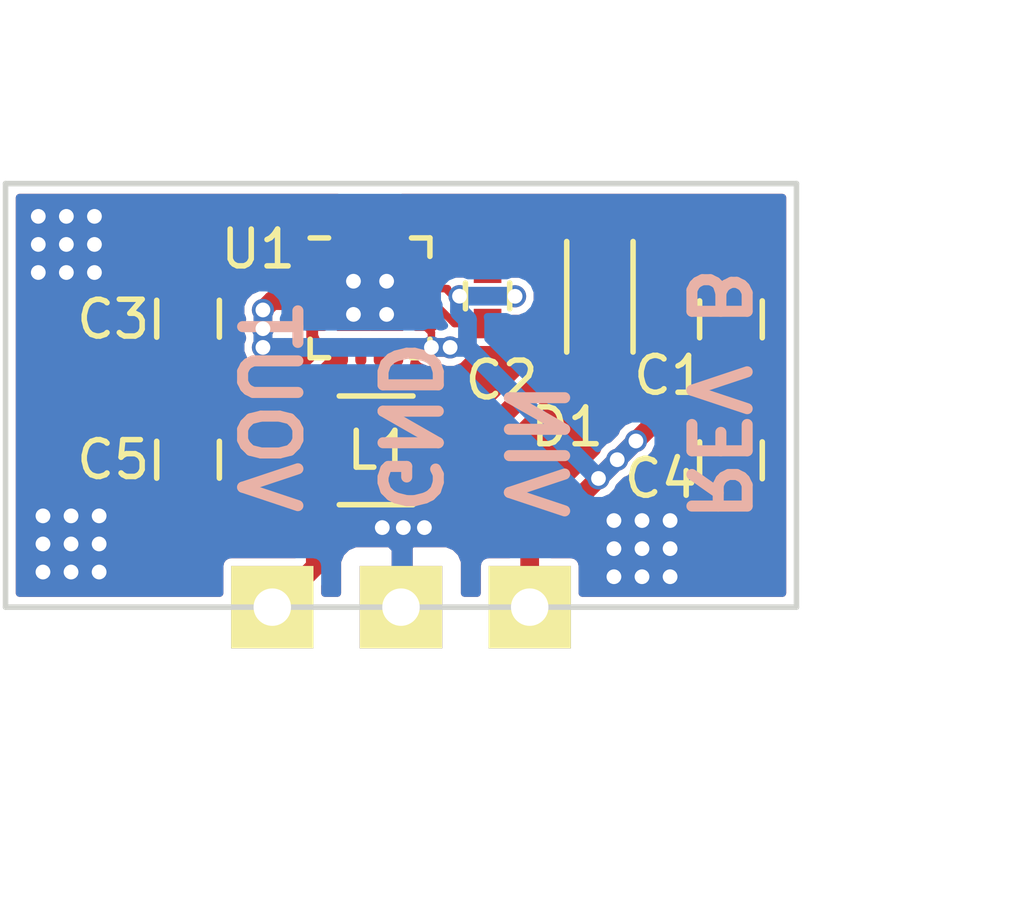
<source format=kicad_pcb>
(kicad_pcb (version 4) (host pcbnew 4.0.5+dfsg1-4)

  (general
    (links 56)
    (no_connects 0)
    (area 142.545999 98.519 173.128715 125.064501)
    (thickness 1.6)
    (drawings 12)
    (tracks 123)
    (zones 0)
    (modules 38)
    (nets 7)
  )

  (page A4)
  (layers
    (0 F.Cu signal)
    (31 B.Cu signal)
    (32 B.Adhes user)
    (33 F.Adhes user)
    (34 B.Paste user)
    (35 F.Paste user)
    (36 B.SilkS user)
    (37 F.SilkS user)
    (38 B.Mask user)
    (39 F.Mask user)
    (40 Dwgs.User user)
    (41 Cmts.User user)
    (42 Eco1.User user)
    (43 Eco2.User user)
    (44 Edge.Cuts user)
    (45 Margin user)
    (46 B.CrtYd user)
    (47 F.CrtYd user)
    (48 B.Fab user)
    (49 F.Fab user)
  )

  (setup
    (last_trace_width 0.2032)
    (user_trace_width 0.2032)
    (user_trace_width 0.508)
    (trace_clearance 0.1524)
    (zone_clearance 0.508)
    (zone_45_only no)
    (trace_min 0.2)
    (segment_width 0.2)
    (edge_width 0.15)
    (via_size 0.6)
    (via_drill 0.4)
    (via_min_size 0.4)
    (via_min_drill 0.3)
    (uvia_size 0.3)
    (uvia_drill 0.1)
    (uvias_allowed no)
    (uvia_min_size 0)
    (uvia_min_drill 0)
    (pcb_text_width 0.3)
    (pcb_text_size 1.5 1.5)
    (mod_edge_width 0.15)
    (mod_text_size 1 1)
    (mod_text_width 0.15)
    (pad_size 0.9 0.9)
    (pad_drill 0)
    (pad_to_mask_clearance 0.2)
    (aux_axis_origin 0 0)
    (visible_elements FFFEEF7F)
    (pcbplotparams
      (layerselection 0x00030_80000001)
      (usegerberextensions false)
      (excludeedgelayer true)
      (linewidth 0.100000)
      (plotframeref false)
      (viasonmask false)
      (mode 1)
      (useauxorigin false)
      (hpglpennumber 1)
      (hpglpenspeed 20)
      (hpglpendiameter 15)
      (hpglpenoverlay 2)
      (psnegative false)
      (psa4output false)
      (plotreference true)
      (plotvalue true)
      (plotinvisibletext false)
      (padsonsilk false)
      (subtractmaskfromsilk false)
      (outputformat 1)
      (mirror false)
      (drillshape 1)
      (scaleselection 1)
      (outputdirectory ""))
  )

  (net 0 "")
  (net 1 GND)
  (net 2 "Net-(C2-Pad1)")
  (net 3 "Net-(C2-Pad2)")
  (net 4 VOUT)
  (net 5 VIN)
  (net 6 "Net-(U1-Pad8)")

  (net_class Default "This is the default net class."
    (clearance 0.1524)
    (trace_width 0.2032)
    (via_dia 0.6)
    (via_drill 0.4)
    (uvia_dia 0.3)
    (uvia_drill 0.1)
    (add_net GND)
    (add_net "Net-(C2-Pad1)")
    (add_net "Net-(C2-Pad2)")
    (add_net "Net-(U1-Pad8)")
    (add_net VIN)
    (add_net VOUT)
  )

  (module "MOD:GND VIA" (layer F.Cu) (tedit 59938E12) (tstamp 59938EEF)
    (at 159.131 110.871)
    (fp_text reference "" (at 0 0) (layer F.SilkS)
      (effects (font (thickness 0.15)))
    )
    (fp_text value "" (at 0 0) (layer F.SilkS)
      (effects (font (thickness 0.15)))
    )
    (pad 1 thru_hole circle (at 0 1.27) (size 0.6 0.6) (drill 0.4) (layers *.Cu)
      (net 1 GND) (zone_connect 2))
  )

  (module "MOD:GND VIA" (layer F.Cu) (tedit 59938E12) (tstamp 59938EEB)
    (at 160.655 111.633)
    (fp_text reference "" (at 0 0) (layer F.SilkS)
      (effects (font (thickness 0.15)))
    )
    (fp_text value "" (at 0 0) (layer F.SilkS)
      (effects (font (thickness 0.15)))
    )
    (pad 1 thru_hole circle (at 0 1.27) (size 0.6 0.6) (drill 0.4) (layers *.Cu)
      (net 1 GND) (zone_connect 2))
  )

  (module "MOD:GND VIA" (layer F.Cu) (tedit 59938E12) (tstamp 59938EE7)
    (at 160.655 110.871)
    (fp_text reference "" (at 0 0) (layer F.SilkS)
      (effects (font (thickness 0.15)))
    )
    (fp_text value "" (at 0 0) (layer F.SilkS)
      (effects (font (thickness 0.15)))
    )
    (pad 1 thru_hole circle (at 0 1.27) (size 0.6 0.6) (drill 0.4) (layers *.Cu)
      (net 1 GND) (zone_connect 2))
  )

  (module "MOD:GND VIA" (layer F.Cu) (tedit 59938E12) (tstamp 59938EE3)
    (at 159.893 110.871)
    (fp_text reference "" (at 0 0) (layer F.SilkS)
      (effects (font (thickness 0.15)))
    )
    (fp_text value "" (at 0 0) (layer F.SilkS)
      (effects (font (thickness 0.15)))
    )
    (pad 1 thru_hole circle (at 0 1.27) (size 0.6 0.6) (drill 0.4) (layers *.Cu)
      (net 1 GND) (zone_connect 2))
  )

  (module "MOD:GND VIA" (layer F.Cu) (tedit 59938E12) (tstamp 59938EDF)
    (at 160.655 112.395)
    (fp_text reference "" (at 0 0) (layer F.SilkS)
      (effects (font (thickness 0.15)))
    )
    (fp_text value "" (at 0 0) (layer F.SilkS)
      (effects (font (thickness 0.15)))
    )
    (pad 1 thru_hole circle (at 0 1.27) (size 0.6 0.6) (drill 0.4) (layers *.Cu)
      (net 1 GND) (zone_connect 2))
  )

  (module "MOD:GND VIA" (layer F.Cu) (tedit 59938E12) (tstamp 59938EDB)
    (at 159.893 111.633)
    (fp_text reference "" (at 0 0) (layer F.SilkS)
      (effects (font (thickness 0.15)))
    )
    (fp_text value "" (at 0 0) (layer F.SilkS)
      (effects (font (thickness 0.15)))
    )
    (pad 1 thru_hole circle (at 0 1.27) (size 0.6 0.6) (drill 0.4) (layers *.Cu)
      (net 1 GND) (zone_connect 2))
  )

  (module "MOD:GND VIA" (layer F.Cu) (tedit 59938E12) (tstamp 59938ED7)
    (at 159.131 112.395)
    (fp_text reference "" (at 0 0) (layer F.SilkS)
      (effects (font (thickness 0.15)))
    )
    (fp_text value "" (at 0 0) (layer F.SilkS)
      (effects (font (thickness 0.15)))
    )
    (pad 1 thru_hole circle (at 0 1.27) (size 0.6 0.6) (drill 0.4) (layers *.Cu)
      (net 1 GND) (zone_connect 2))
  )

  (module "MOD:GND VIA" (layer F.Cu) (tedit 59938E12) (tstamp 59938ED3)
    (at 159.131 111.633)
    (fp_text reference "" (at 0 0) (layer F.SilkS)
      (effects (font (thickness 0.15)))
    )
    (fp_text value "" (at 0 0) (layer F.SilkS)
      (effects (font (thickness 0.15)))
    )
    (pad 1 thru_hole circle (at 0 1.27) (size 0.6 0.6) (drill 0.4) (layers *.Cu)
      (net 1 GND) (zone_connect 2))
  )

  (module "MOD:GND VIA" (layer F.Cu) (tedit 59938E12) (tstamp 59938ECF)
    (at 159.893 112.395)
    (fp_text reference "" (at 0 0) (layer F.SilkS)
      (effects (font (thickness 0.15)))
    )
    (fp_text value "" (at 0 0) (layer F.SilkS)
      (effects (font (thickness 0.15)))
    )
    (pad 1 thru_hole circle (at 0 1.27) (size 0.6 0.6) (drill 0.4) (layers *.Cu)
      (net 1 GND) (zone_connect 2))
  )

  (module "MOD:GND VIA" (layer F.Cu) (tedit 59938E12) (tstamp 59938EA6)
    (at 144.399 112.268)
    (fp_text reference "" (at 0 0) (layer F.SilkS)
      (effects (font (thickness 0.15)))
    )
    (fp_text value "" (at 0 0) (layer F.SilkS)
      (effects (font (thickness 0.15)))
    )
    (pad 1 thru_hole circle (at 0 1.27) (size 0.6 0.6) (drill 0.4) (layers *.Cu)
      (net 1 GND) (zone_connect 2))
  )

  (module "MOD:GND VIA" (layer F.Cu) (tedit 59938E12) (tstamp 59938EA2)
    (at 143.637 112.268)
    (fp_text reference "" (at 0 0) (layer F.SilkS)
      (effects (font (thickness 0.15)))
    )
    (fp_text value "" (at 0 0) (layer F.SilkS)
      (effects (font (thickness 0.15)))
    )
    (pad 1 thru_hole circle (at 0 1.27) (size 0.6 0.6) (drill 0.4) (layers *.Cu)
      (net 1 GND) (zone_connect 2))
  )

  (module "MOD:GND VIA" (layer F.Cu) (tedit 59938E12) (tstamp 59938E9E)
    (at 143.637 111.506)
    (fp_text reference "" (at 0 0) (layer F.SilkS)
      (effects (font (thickness 0.15)))
    )
    (fp_text value "" (at 0 0) (layer F.SilkS)
      (effects (font (thickness 0.15)))
    )
    (pad 1 thru_hole circle (at 0 1.27) (size 0.6 0.6) (drill 0.4) (layers *.Cu)
      (net 1 GND) (zone_connect 2))
  )

  (module "MOD:GND VIA" (layer F.Cu) (tedit 59938E12) (tstamp 59938E9A)
    (at 143.637 110.744)
    (fp_text reference "" (at 0 0) (layer F.SilkS)
      (effects (font (thickness 0.15)))
    )
    (fp_text value "" (at 0 0) (layer F.SilkS)
      (effects (font (thickness 0.15)))
    )
    (pad 1 thru_hole circle (at 0 1.27) (size 0.6 0.6) (drill 0.4) (layers *.Cu)
      (net 1 GND) (zone_connect 2))
  )

  (module "MOD:GND VIA" (layer F.Cu) (tedit 59938E12) (tstamp 59938E96)
    (at 144.399 110.744)
    (fp_text reference "" (at 0 0) (layer F.SilkS)
      (effects (font (thickness 0.15)))
    )
    (fp_text value "" (at 0 0) (layer F.SilkS)
      (effects (font (thickness 0.15)))
    )
    (pad 1 thru_hole circle (at 0 1.27) (size 0.6 0.6) (drill 0.4) (layers *.Cu)
      (net 1 GND) (zone_connect 2))
  )

  (module "MOD:GND VIA" (layer F.Cu) (tedit 59938E12) (tstamp 59938E92)
    (at 144.399 111.506)
    (fp_text reference "" (at 0 0) (layer F.SilkS)
      (effects (font (thickness 0.15)))
    )
    (fp_text value "" (at 0 0) (layer F.SilkS)
      (effects (font (thickness 0.15)))
    )
    (pad 1 thru_hole circle (at 0 1.27) (size 0.6 0.6) (drill 0.4) (layers *.Cu)
      (net 1 GND) (zone_connect 2))
  )

  (module "MOD:GND VIA" (layer F.Cu) (tedit 59938E12) (tstamp 59938E8E)
    (at 145.161 112.268)
    (fp_text reference "" (at 0 0) (layer F.SilkS)
      (effects (font (thickness 0.15)))
    )
    (fp_text value "" (at 0 0) (layer F.SilkS)
      (effects (font (thickness 0.15)))
    )
    (pad 1 thru_hole circle (at 0 1.27) (size 0.6 0.6) (drill 0.4) (layers *.Cu)
      (net 1 GND) (zone_connect 2))
  )

  (module "MOD:GND VIA" (layer F.Cu) (tedit 59938E12) (tstamp 59938E8A)
    (at 145.161 110.744)
    (fp_text reference "" (at 0 0) (layer F.SilkS)
      (effects (font (thickness 0.15)))
    )
    (fp_text value "" (at 0 0) (layer F.SilkS)
      (effects (font (thickness 0.15)))
    )
    (pad 1 thru_hole circle (at 0 1.27) (size 0.6 0.6) (drill 0.4) (layers *.Cu)
      (net 1 GND) (zone_connect 2))
  )

  (module "MOD:GND VIA" (layer F.Cu) (tedit 59938E12) (tstamp 59938E86)
    (at 145.161 111.506)
    (fp_text reference "" (at 0 0) (layer F.SilkS)
      (effects (font (thickness 0.15)))
    )
    (fp_text value "" (at 0 0) (layer F.SilkS)
      (effects (font (thickness 0.15)))
    )
    (pad 1 thru_hole circle (at 0 1.27) (size 0.6 0.6) (drill 0.4) (layers *.Cu)
      (net 1 GND) (zone_connect 2))
  )

  (module "MOD:GND VIA" (layer F.Cu) (tedit 59938E12) (tstamp 59938E82)
    (at 144.272 104.14)
    (fp_text reference "" (at 0 0) (layer F.SilkS)
      (effects (font (thickness 0.15)))
    )
    (fp_text value "" (at 0 0) (layer F.SilkS)
      (effects (font (thickness 0.15)))
    )
    (pad 1 thru_hole circle (at 0 1.27) (size 0.6 0.6) (drill 0.4) (layers *.Cu)
      (net 1 GND) (zone_connect 2))
  )

  (module "MOD:GND VIA" (layer F.Cu) (tedit 59938E12) (tstamp 59938E7E)
    (at 143.51 104.14)
    (fp_text reference "" (at 0 0) (layer F.SilkS)
      (effects (font (thickness 0.15)))
    )
    (fp_text value "" (at 0 0) (layer F.SilkS)
      (effects (font (thickness 0.15)))
    )
    (pad 1 thru_hole circle (at 0 1.27) (size 0.6 0.6) (drill 0.4) (layers *.Cu)
      (net 1 GND) (zone_connect 2))
  )

  (module "MOD:GND VIA" (layer F.Cu) (tedit 59938E12) (tstamp 59938E7A)
    (at 143.51 103.378)
    (fp_text reference "" (at 0 0) (layer F.SilkS)
      (effects (font (thickness 0.15)))
    )
    (fp_text value "" (at 0 0) (layer F.SilkS)
      (effects (font (thickness 0.15)))
    )
    (pad 1 thru_hole circle (at 0 1.27) (size 0.6 0.6) (drill 0.4) (layers *.Cu)
      (net 1 GND) (zone_connect 2))
  )

  (module "MOD:GND VIA" (layer F.Cu) (tedit 59938E12) (tstamp 59938E76)
    (at 143.51 102.616)
    (fp_text reference "" (at 0 0) (layer F.SilkS)
      (effects (font (thickness 0.15)))
    )
    (fp_text value "" (at 0 0) (layer F.SilkS)
      (effects (font (thickness 0.15)))
    )
    (pad 1 thru_hole circle (at 0 1.27) (size 0.6 0.6) (drill 0.4) (layers *.Cu)
      (net 1 GND) (zone_connect 2))
  )

  (module "MOD:GND VIA" (layer F.Cu) (tedit 59938E12) (tstamp 59938E72)
    (at 144.272 102.616)
    (fp_text reference "" (at 0 0) (layer F.SilkS)
      (effects (font (thickness 0.15)))
    )
    (fp_text value "" (at 0 0) (layer F.SilkS)
      (effects (font (thickness 0.15)))
    )
    (pad 1 thru_hole circle (at 0 1.27) (size 0.6 0.6) (drill 0.4) (layers *.Cu)
      (net 1 GND) (zone_connect 2))
  )

  (module "MOD:GND VIA" (layer F.Cu) (tedit 59938E12) (tstamp 59938E6E)
    (at 144.272 103.378)
    (fp_text reference "" (at 0 0) (layer F.SilkS)
      (effects (font (thickness 0.15)))
    )
    (fp_text value "" (at 0 0) (layer F.SilkS)
      (effects (font (thickness 0.15)))
    )
    (pad 1 thru_hole circle (at 0 1.27) (size 0.6 0.6) (drill 0.4) (layers *.Cu)
      (net 1 GND) (zone_connect 2))
  )

  (module "MOD:GND VIA" (layer F.Cu) (tedit 59938E12) (tstamp 59938E6A)
    (at 145.034 104.14)
    (fp_text reference "" (at 0 0) (layer F.SilkS)
      (effects (font (thickness 0.15)))
    )
    (fp_text value "" (at 0 0) (layer F.SilkS)
      (effects (font (thickness 0.15)))
    )
    (pad 1 thru_hole circle (at 0 1.27) (size 0.6 0.6) (drill 0.4) (layers *.Cu)
      (net 1 GND) (zone_connect 2))
  )

  (module "MOD:GND VIA" (layer F.Cu) (tedit 59938E12) (tstamp 59938E66)
    (at 145.034 102.616)
    (fp_text reference "" (at 0 0) (layer F.SilkS)
      (effects (font (thickness 0.15)))
    )
    (fp_text value "" (at 0 0) (layer F.SilkS)
      (effects (font (thickness 0.15)))
    )
    (pad 1 thru_hole circle (at 0 1.27) (size 0.6 0.6) (drill 0.4) (layers *.Cu)
      (net 1 GND) (zone_connect 2))
  )

  (module "MOD:GND VIA" (layer F.Cu) (tedit 59938E12) (tstamp 59938E62)
    (at 145.034 103.378)
    (fp_text reference "" (at 0 0) (layer F.SilkS)
      (effects (font (thickness 0.15)))
    )
    (fp_text value "" (at 0 0) (layer F.SilkS)
      (effects (font (thickness 0.15)))
    )
    (pad 1 thru_hole circle (at 0 1.27) (size 0.6 0.6) (drill 0.4) (layers *.Cu)
      (net 1 GND) (zone_connect 2))
  )

  (module Capacitors_SMD:C_0603 (layer F.Cu) (tedit 5415D631) (tstamp 59601F2A)
    (at 155.702 106.045 270)
    (descr "Capacitor SMD 0603, reflow soldering, AVX (see smccp.pdf)")
    (tags "capacitor 0603")
    (path /5960299D)
    (attr smd)
    (fp_text reference C2 (at 2.286 -0.381 360) (layer F.SilkS)
      (effects (font (size 1 1) (thickness 0.15)))
    )
    (fp_text value 0.1uF (at 0 1.9 270) (layer F.Fab)
      (effects (font (size 1 1) (thickness 0.15)))
    )
    (fp_line (start -1.45 -0.75) (end 1.45 -0.75) (layer F.CrtYd) (width 0.05))
    (fp_line (start -1.45 0.75) (end 1.45 0.75) (layer F.CrtYd) (width 0.05))
    (fp_line (start -1.45 -0.75) (end -1.45 0.75) (layer F.CrtYd) (width 0.05))
    (fp_line (start 1.45 -0.75) (end 1.45 0.75) (layer F.CrtYd) (width 0.05))
    (fp_line (start -0.35 -0.6) (end 0.35 -0.6) (layer F.SilkS) (width 0.15))
    (fp_line (start 0.35 0.6) (end -0.35 0.6) (layer F.SilkS) (width 0.15))
    (pad 1 smd rect (at -0.75 0 270) (size 0.8 0.75) (layers F.Cu F.Paste F.Mask)
      (net 2 "Net-(C2-Pad1)"))
    (pad 2 smd rect (at 0.75 0 270) (size 0.8 0.75) (layers F.Cu F.Paste F.Mask)
      (net 3 "Net-(C2-Pad2)"))
    (model Capacitors_SMD.3dshapes/C_0603.wrl
      (at (xyz 0 0 0))
      (scale (xyz 1 1 1))
      (rotate (xyz 0 0 0))
    )
  )

  (module Housings_DFN_QFN:QFN-16-1EP_3x3mm_Pitch0.5mm (layer F.Cu) (tedit 59A4AF0A) (tstamp 59601F53)
    (at 152.5125 106.0965)
    (descr "16-Lead Plastic Quad Flat, No Lead Package (NG) - 3x3x0.9 mm Body [QFN]; (see Microchip Packaging Specification 00000049BS.pdf)")
    (tags "QFN 0.5")
    (path /5960299C)
    (attr smd)
    (fp_text reference U1 (at -3.0335 -1.3215) (layer F.SilkS)
      (effects (font (size 1 1) (thickness 0.15)))
    )
    (fp_text value TS30011-M050QFNR (at 0 2.85) (layer F.Fab)
      (effects (font (size 1 1) (thickness 0.15)))
    )
    (fp_line (start -2.1 -2.1) (end -2.1 2.1) (layer F.CrtYd) (width 0.05))
    (fp_line (start 2.1 -2.1) (end 2.1 2.1) (layer F.CrtYd) (width 0.05))
    (fp_line (start -2.1 -2.1) (end 2.1 -2.1) (layer F.CrtYd) (width 0.05))
    (fp_line (start -2.1 2.1) (end 2.1 2.1) (layer F.CrtYd) (width 0.05))
    (fp_line (start 1.625 -1.625) (end 1.625 -1.125) (layer F.SilkS) (width 0.15))
    (fp_line (start -1.625 1.625) (end -1.625 1.125) (layer F.SilkS) (width 0.15))
    (fp_line (start 1.625 1.625) (end 1.625 1.125) (layer F.SilkS) (width 0.15))
    (fp_line (start -1.625 -1.625) (end -1.125 -1.625) (layer F.SilkS) (width 0.15))
    (fp_line (start -1.625 1.625) (end -1.125 1.625) (layer F.SilkS) (width 0.15))
    (fp_line (start 1.625 1.625) (end 1.125 1.625) (layer F.SilkS) (width 0.15))
    (fp_line (start 1.625 -1.625) (end 1.125 -1.625) (layer F.SilkS) (width 0.15))
    (pad 1 smd oval (at -1.475 -0.75) (size 0.75 0.3) (layers F.Cu F.Paste F.Mask)
      (net 2 "Net-(C2-Pad1)"))
    (pad 2 smd oval (at -1.475 -0.25) (size 0.75 0.3) (layers F.Cu F.Paste F.Mask)
      (net 5 VIN))
    (pad 3 smd oval (at -1.475 0.25) (size 0.75 0.3) (layers F.Cu F.Paste F.Mask)
      (net 5 VIN))
    (pad 4 smd oval (at -1.475 0.75) (size 0.75 0.3) (layers F.Cu F.Paste F.Mask)
      (net 1 GND))
    (pad 5 smd oval (at -0.75 1.475 90) (size 0.75 0.3) (layers F.Cu F.Paste F.Mask)
      (net 4 VOUT))
    (pad 6 smd oval (at -0.25 1.475 90) (size 0.75 0.3) (layers F.Cu F.Paste F.Mask))
    (pad 7 smd oval (at 0.25 1.475 90) (size 0.75 0.3) (layers F.Cu F.Paste F.Mask))
    (pad 8 smd oval (at 0.75 1.475 90) (size 0.75 0.3) (layers F.Cu F.Paste F.Mask)
      (net 6 "Net-(U1-Pad8)"))
    (pad 9 smd oval (at 1.475 0.75) (size 0.75 0.3) (layers F.Cu F.Paste F.Mask)
      (net 5 VIN))
    (pad 10 smd oval (at 1.475 0.25) (size 0.75 0.3) (layers F.Cu F.Paste F.Mask)
      (net 3 "Net-(C2-Pad2)"))
    (pad 11 smd oval (at 1.475 -0.25) (size 0.75 0.3) (layers F.Cu F.Paste F.Mask)
      (net 5 VIN))
    (pad 12 smd oval (at 1.475 -0.75) (size 0.75 0.3) (layers F.Cu F.Paste F.Mask)
      (net 2 "Net-(C2-Pad1)"))
    (pad 13 smd oval (at 0.75 -1.475 90) (size 0.75 0.3) (layers F.Cu F.Paste F.Mask)
      (net 2 "Net-(C2-Pad1)"))
    (pad 14 smd oval (at 0.25 -1.475 90) (size 0.75 0.3) (layers F.Cu F.Paste F.Mask)
      (net 1 GND))
    (pad 15 smd oval (at -0.25 -1.475 90) (size 0.75 0.3) (layers F.Cu F.Paste F.Mask)
      (net 1 GND))
    (pad 16 smd oval (at -0.75 -1.475 90) (size 0.75 0.3) (layers F.Cu F.Paste F.Mask)
      (net 2 "Net-(C2-Pad1)"))
    (pad 17 smd rect (at 0.45 0.45) (size 0.9 0.9) (layers F.Cu F.Paste F.Mask)
      (net 1 GND) (solder_paste_margin_ratio -0.2))
    (pad 17 smd rect (at 0.45 -0.45) (size 0.9 0.9) (layers F.Cu F.Paste F.Mask)
      (net 1 GND) (solder_paste_margin_ratio -0.2))
    (pad 17 smd rect (at -0.45 0.45) (size 0.9 0.9) (layers F.Cu F.Paste F.Mask)
      (net 1 GND) (solder_paste_margin_ratio -0.2))
    (pad 17 smd rect (at -0.45 -0.45) (size 0.9 0.9) (layers F.Cu F.Paste F.Mask)
      (net 1 GND) (solder_paste_margin_ratio -0.2))
    (model Housings_DFN_QFN.3dshapes/QFN-16-1EP_3x3mm_Pitch0.5mm.wrl
      (at (xyz 0 0 0))
      (scale (xyz 1 1 1))
      (rotate (xyz 0 0 0))
    )
  )

  (module MOD:CPAD (layer F.Cu) (tedit 59617C17) (tstamp 59602043)
    (at 149.86 114.4905)
    (descr "Through hole pin header")
    (tags "pin header")
    (path /59602E70)
    (fp_text reference T1 (at 0 -5.1) (layer F.SilkS) hide
      (effects (font (size 1 1) (thickness 0.15)))
    )
    (fp_text value TEST_1P (at 0 -3.1) (layer F.Fab)
      (effects (font (size 1 1) (thickness 0.15)))
    )
    (fp_line (start -1.75 -1.75) (end -1.75 1.75) (layer F.CrtYd) (width 0.05))
    (fp_line (start 1.75 -1.75) (end 1.75 1.75) (layer F.CrtYd) (width 0.05))
    (fp_line (start -1.75 -1.75) (end 1.75 -1.75) (layer F.CrtYd) (width 0.05))
    (fp_line (start -1.75 1.75) (end 1.75 1.75) (layer F.CrtYd) (width 0.05))
    (pad 1 thru_hole rect (at 0 0) (size 2.2352 2.2352) (drill 1.016) (layers *.Cu *.Mask F.SilkS)
      (net 4 VOUT))
    (model Pin_Headers.3dshapes/Pin_Header_Straight_1x01.wrl
      (at (xyz 0 0 0))
      (scale (xyz 1 1 1))
      (rotate (xyz 0 0 90))
    )
  )

  (module MOD:CPAD (layer F.Cu) (tedit 59617C13) (tstamp 59602048)
    (at 153.3525 114.4905)
    (descr "Through hole pin header")
    (tags "pin header")
    (path /59602E9E)
    (fp_text reference T2 (at 0 -5.1) (layer F.SilkS) hide
      (effects (font (size 1 1) (thickness 0.15)))
    )
    (fp_text value TEST_1P (at 0 -3.1) (layer F.Fab)
      (effects (font (size 1 1) (thickness 0.15)))
    )
    (fp_line (start -1.75 -1.75) (end -1.75 1.75) (layer F.CrtYd) (width 0.05))
    (fp_line (start 1.75 -1.75) (end 1.75 1.75) (layer F.CrtYd) (width 0.05))
    (fp_line (start -1.75 -1.75) (end 1.75 -1.75) (layer F.CrtYd) (width 0.05))
    (fp_line (start -1.75 1.75) (end 1.75 1.75) (layer F.CrtYd) (width 0.05))
    (pad 1 thru_hole rect (at 0 0) (size 2.2352 2.2352) (drill 1.016) (layers *.Cu *.Mask F.SilkS)
      (net 1 GND))
    (model Pin_Headers.3dshapes/Pin_Header_Straight_1x01.wrl
      (at (xyz 0 0 0))
      (scale (xyz 1 1 1))
      (rotate (xyz 0 0 90))
    )
  )

  (module MOD:CPAD (layer F.Cu) (tedit 59617C1B) (tstamp 5960204D)
    (at 156.845 114.4905)
    (descr "Through hole pin header")
    (tags "pin header")
    (path /59602DAD)
    (fp_text reference T3 (at 0 -5.1) (layer F.SilkS) hide
      (effects (font (size 1 1) (thickness 0.15)))
    )
    (fp_text value TEST_1P (at 0 -3.1) (layer F.Fab)
      (effects (font (size 1 1) (thickness 0.15)))
    )
    (fp_line (start -1.75 -1.75) (end -1.75 1.75) (layer F.CrtYd) (width 0.05))
    (fp_line (start 1.75 -1.75) (end 1.75 1.75) (layer F.CrtYd) (width 0.05))
    (fp_line (start -1.75 -1.75) (end 1.75 -1.75) (layer F.CrtYd) (width 0.05))
    (fp_line (start -1.75 1.75) (end 1.75 1.75) (layer F.CrtYd) (width 0.05))
    (pad 1 thru_hole rect (at 0 0) (size 2.2352 2.2352) (drill 1.016) (layers *.Cu *.Mask F.SilkS)
      (net 5 VIN))
    (model Pin_Headers.3dshapes/Pin_Header_Straight_1x01.wrl
      (at (xyz 0 0 0))
      (scale (xyz 1 1 1))
      (rotate (xyz 0 0 90))
    )
  )

  (module Capacitors_SMD:C_0805 (layer F.Cu) (tedit 5415D6EA) (tstamp 5993849A)
    (at 162.306 106.68 90)
    (descr "Capacitor SMD 0805, reflow soldering, AVX (see smccp.pdf)")
    (tags "capacitor 0805")
    (path /5993830E)
    (attr smd)
    (fp_text reference C1 (at -1.524 -1.651 180) (layer F.SilkS)
      (effects (font (size 1 1) (thickness 0.15)))
    )
    (fp_text value 10uF (at 0 2.1 90) (layer F.Fab)
      (effects (font (size 1 1) (thickness 0.15)))
    )
    (fp_line (start -1 0.625) (end -1 -0.625) (layer F.Fab) (width 0.15))
    (fp_line (start 1 0.625) (end -1 0.625) (layer F.Fab) (width 0.15))
    (fp_line (start 1 -0.625) (end 1 0.625) (layer F.Fab) (width 0.15))
    (fp_line (start -1 -0.625) (end 1 -0.625) (layer F.Fab) (width 0.15))
    (fp_line (start -1.8 -1) (end 1.8 -1) (layer F.CrtYd) (width 0.05))
    (fp_line (start -1.8 1) (end 1.8 1) (layer F.CrtYd) (width 0.05))
    (fp_line (start -1.8 -1) (end -1.8 1) (layer F.CrtYd) (width 0.05))
    (fp_line (start 1.8 -1) (end 1.8 1) (layer F.CrtYd) (width 0.05))
    (fp_line (start 0.5 -0.85) (end -0.5 -0.85) (layer F.SilkS) (width 0.15))
    (fp_line (start -0.5 0.85) (end 0.5 0.85) (layer F.SilkS) (width 0.15))
    (pad 1 smd rect (at -1 0 90) (size 1 1.25) (layers F.Cu F.Paste F.Mask)
      (net 5 VIN))
    (pad 2 smd rect (at 1 0 90) (size 1 1.25) (layers F.Cu F.Paste F.Mask)
      (net 1 GND))
    (model Capacitors_SMD.3dshapes/C_0805.wrl
      (at (xyz 0 0 0))
      (scale (xyz 1 1 1))
      (rotate (xyz 0 0 0))
    )
  )

  (module Capacitors_SMD:C_0805 (layer F.Cu) (tedit 5415D6EA) (tstamp 599384A0)
    (at 147.574 106.664 90)
    (descr "Capacitor SMD 0805, reflow soldering, AVX (see smccp.pdf)")
    (tags "capacitor 0805")
    (path /59938353)
    (attr smd)
    (fp_text reference C3 (at -0.016 -2.032 180) (layer F.SilkS)
      (effects (font (size 1 1) (thickness 0.15)))
    )
    (fp_text value 10uF (at 0 2.1 90) (layer F.Fab)
      (effects (font (size 1 1) (thickness 0.15)))
    )
    (fp_line (start -1 0.625) (end -1 -0.625) (layer F.Fab) (width 0.15))
    (fp_line (start 1 0.625) (end -1 0.625) (layer F.Fab) (width 0.15))
    (fp_line (start 1 -0.625) (end 1 0.625) (layer F.Fab) (width 0.15))
    (fp_line (start -1 -0.625) (end 1 -0.625) (layer F.Fab) (width 0.15))
    (fp_line (start -1.8 -1) (end 1.8 -1) (layer F.CrtYd) (width 0.05))
    (fp_line (start -1.8 1) (end 1.8 1) (layer F.CrtYd) (width 0.05))
    (fp_line (start -1.8 -1) (end -1.8 1) (layer F.CrtYd) (width 0.05))
    (fp_line (start 1.8 -1) (end 1.8 1) (layer F.CrtYd) (width 0.05))
    (fp_line (start 0.5 -0.85) (end -0.5 -0.85) (layer F.SilkS) (width 0.15))
    (fp_line (start -0.5 0.85) (end 0.5 0.85) (layer F.SilkS) (width 0.15))
    (pad 1 smd rect (at -1 0 90) (size 1 1.25) (layers F.Cu F.Paste F.Mask)
      (net 4 VOUT))
    (pad 2 smd rect (at 1 0 90) (size 1 1.25) (layers F.Cu F.Paste F.Mask)
      (net 1 GND))
    (model Capacitors_SMD.3dshapes/C_0805.wrl
      (at (xyz 0 0 0))
      (scale (xyz 1 1 1))
      (rotate (xyz 0 0 0))
    )
  )

  (module Diodes_SMD:SOD-123 (layer F.Cu) (tedit 5753A53E) (tstamp 599384A6)
    (at 158.75 106.568999 270)
    (descr SOD-123)
    (tags SOD-123)
    (path /599384A9)
    (attr smd)
    (fp_text reference D1 (at 3.032001 0.889 360) (layer F.SilkS)
      (effects (font (size 1 1) (thickness 0.15)))
    )
    (fp_text value D_Schottky (at 0 2.1 270) (layer F.Fab)
      (effects (font (size 1 1) (thickness 0.15)))
    )
    (fp_line (start 0.25 0) (end 0.75 0) (layer F.Fab) (width 0.15))
    (fp_line (start 0.25 0.4) (end -0.35 0) (layer F.Fab) (width 0.15))
    (fp_line (start 0.25 -0.4) (end 0.25 0.4) (layer F.Fab) (width 0.15))
    (fp_line (start -0.35 0) (end 0.25 -0.4) (layer F.Fab) (width 0.15))
    (fp_line (start -0.35 0) (end -0.35 0.55) (layer F.Fab) (width 0.15))
    (fp_line (start -0.35 0) (end -0.35 -0.55) (layer F.Fab) (width 0.15))
    (fp_line (start -0.75 0) (end -0.35 0) (layer F.Fab) (width 0.15))
    (fp_line (start -1.35 0.8) (end -1.35 -0.8) (layer F.Fab) (width 0.15))
    (fp_line (start 1.35 0.8) (end -1.35 0.8) (layer F.Fab) (width 0.15))
    (fp_line (start 1.35 -0.8) (end 1.35 0.8) (layer F.Fab) (width 0.15))
    (fp_line (start -1.35 -0.8) (end 1.35 -0.8) (layer F.Fab) (width 0.15))
    (fp_line (start -2.25 -1.05) (end 2.25 -1.05) (layer F.CrtYd) (width 0.05))
    (fp_line (start 2.25 -1.05) (end 2.25 1.05) (layer F.CrtYd) (width 0.05))
    (fp_line (start 2.25 1.05) (end -2.25 1.05) (layer F.CrtYd) (width 0.05))
    (fp_line (start -2.25 -1.05) (end -2.25 1.05) (layer F.CrtYd) (width 0.05))
    (fp_line (start -2 0.9) (end 1 0.9) (layer F.SilkS) (width 0.15))
    (fp_line (start -2 -0.9) (end 1 -0.9) (layer F.SilkS) (width 0.15))
    (pad 1 smd rect (at -1.635 0 270) (size 0.91 1.22) (layers F.Cu F.Paste F.Mask)
      (net 2 "Net-(C2-Pad1)"))
    (pad 2 smd rect (at 1.635 0 270) (size 0.91 1.22) (layers F.Cu F.Paste F.Mask)
      (net 1 GND))
    (model ${KISYS3DMOD}/Diodes_SMD.3dshapes/SOD-123.wrl
      (at (xyz 0 0 0))
      (scale (xyz 1 1 1))
      (rotate (xyz 0 0 0))
    )
  )

  (module Capacitors_SMD:C_0805 (layer F.Cu) (tedit 5415D6EA) (tstamp 59938563)
    (at 162.306 110.506 270)
    (descr "Capacitor SMD 0805, reflow soldering, AVX (see smccp.pdf)")
    (tags "capacitor 0805")
    (path /59938AB3)
    (attr smd)
    (fp_text reference C4 (at 0.492 1.905 360) (layer F.SilkS)
      (effects (font (size 1 1) (thickness 0.15)))
    )
    (fp_text value 10uF (at 0 2.1 270) (layer F.Fab)
      (effects (font (size 1 1) (thickness 0.15)))
    )
    (fp_line (start -1 0.625) (end -1 -0.625) (layer F.Fab) (width 0.15))
    (fp_line (start 1 0.625) (end -1 0.625) (layer F.Fab) (width 0.15))
    (fp_line (start 1 -0.625) (end 1 0.625) (layer F.Fab) (width 0.15))
    (fp_line (start -1 -0.625) (end 1 -0.625) (layer F.Fab) (width 0.15))
    (fp_line (start -1.8 -1) (end 1.8 -1) (layer F.CrtYd) (width 0.05))
    (fp_line (start -1.8 1) (end 1.8 1) (layer F.CrtYd) (width 0.05))
    (fp_line (start -1.8 -1) (end -1.8 1) (layer F.CrtYd) (width 0.05))
    (fp_line (start 1.8 -1) (end 1.8 1) (layer F.CrtYd) (width 0.05))
    (fp_line (start 0.5 -0.85) (end -0.5 -0.85) (layer F.SilkS) (width 0.15))
    (fp_line (start -0.5 0.85) (end 0.5 0.85) (layer F.SilkS) (width 0.15))
    (pad 1 smd rect (at -1 0 270) (size 1 1.25) (layers F.Cu F.Paste F.Mask)
      (net 5 VIN))
    (pad 2 smd rect (at 1 0 270) (size 1 1.25) (layers F.Cu F.Paste F.Mask)
      (net 1 GND))
    (model Capacitors_SMD.3dshapes/C_0805.wrl
      (at (xyz 0 0 0))
      (scale (xyz 1 1 1))
      (rotate (xyz 0 0 0))
    )
  )

  (module Capacitors_SMD:C_0805 (layer F.Cu) (tedit 5415D6EA) (tstamp 59938569)
    (at 147.574 110.49 270)
    (descr "Capacitor SMD 0805, reflow soldering, AVX (see smccp.pdf)")
    (tags "capacitor 0805")
    (path /5993885B)
    (attr smd)
    (fp_text reference C5 (at 0 2.032 360) (layer F.SilkS)
      (effects (font (size 1 1) (thickness 0.15)))
    )
    (fp_text value 10uF (at 0 2.1 270) (layer F.Fab)
      (effects (font (size 1 1) (thickness 0.15)))
    )
    (fp_line (start -1 0.625) (end -1 -0.625) (layer F.Fab) (width 0.15))
    (fp_line (start 1 0.625) (end -1 0.625) (layer F.Fab) (width 0.15))
    (fp_line (start 1 -0.625) (end 1 0.625) (layer F.Fab) (width 0.15))
    (fp_line (start -1 -0.625) (end 1 -0.625) (layer F.Fab) (width 0.15))
    (fp_line (start -1.8 -1) (end 1.8 -1) (layer F.CrtYd) (width 0.05))
    (fp_line (start -1.8 1) (end 1.8 1) (layer F.CrtYd) (width 0.05))
    (fp_line (start -1.8 -1) (end -1.8 1) (layer F.CrtYd) (width 0.05))
    (fp_line (start 1.8 -1) (end 1.8 1) (layer F.CrtYd) (width 0.05))
    (fp_line (start 0.5 -0.85) (end -0.5 -0.85) (layer F.SilkS) (width 0.15))
    (fp_line (start -0.5 0.85) (end 0.5 0.85) (layer F.SilkS) (width 0.15))
    (pad 1 smd rect (at -1 0 270) (size 1 1.25) (layers F.Cu F.Paste F.Mask)
      (net 4 VOUT))
    (pad 2 smd rect (at 1 0 270) (size 1 1.25) (layers F.Cu F.Paste F.Mask)
      (net 1 GND))
    (model Capacitors_SMD.3dshapes/C_0805.wrl
      (at (xyz 0 0 0))
      (scale (xyz 1 1 1))
      (rotate (xyz 0 0 0))
    )
  )

  (module Capacitors_SMD:C_1210 (layer F.Cu) (tedit 5415D85D) (tstamp 5993862B)
    (at 152.678 110.236)
    (descr "Capacitor SMD 1210, reflow soldering, AVX (see smccp.pdf)")
    (tags "capacitor 1210")
    (path /59936D46)
    (attr smd)
    (fp_text reference L1 (at 0.103 0) (layer F.SilkS)
      (effects (font (size 1 1) (thickness 0.15)))
    )
    (fp_text value L (at 0 2.7) (layer F.Fab)
      (effects (font (size 1 1) (thickness 0.15)))
    )
    (fp_line (start -1.6 1.25) (end -1.6 -1.25) (layer F.Fab) (width 0.15))
    (fp_line (start 1.6 1.25) (end -1.6 1.25) (layer F.Fab) (width 0.15))
    (fp_line (start 1.6 -1.25) (end 1.6 1.25) (layer F.Fab) (width 0.15))
    (fp_line (start -1.6 -1.25) (end 1.6 -1.25) (layer F.Fab) (width 0.15))
    (fp_line (start -2.3 -1.6) (end 2.3 -1.6) (layer F.CrtYd) (width 0.05))
    (fp_line (start -2.3 1.6) (end 2.3 1.6) (layer F.CrtYd) (width 0.05))
    (fp_line (start -2.3 -1.6) (end -2.3 1.6) (layer F.CrtYd) (width 0.05))
    (fp_line (start 2.3 -1.6) (end 2.3 1.6) (layer F.CrtYd) (width 0.05))
    (fp_line (start 1 -1.475) (end -1 -1.475) (layer F.SilkS) (width 0.15))
    (fp_line (start -1 1.475) (end 1 1.475) (layer F.SilkS) (width 0.15))
    (pad 1 smd rect (at -1.5 0) (size 1 2.5) (layers F.Cu F.Paste F.Mask)
      (net 4 VOUT))
    (pad 2 smd rect (at 1.5 0) (size 1 2.5) (layers F.Cu F.Paste F.Mask)
      (net 2 "Net-(C2-Pad1)"))
    (model Capacitors_SMD.3dshapes/C_1210.wrl
      (at (xyz 0 0 0))
      (scale (xyz 1 1 1))
      (rotate (xyz 0 0 0))
    )
  )

  (gr_text GND (at 153.543 109.601 270) (layer B.SilkS)
    (effects (font (size 1.5 1.5) (thickness 0.3)) (justify mirror))
  )
  (gr_text VIN (at 156.972 110.236 270) (layer B.SilkS)
    (effects (font (size 1.5 1.5) (thickness 0.3)) (justify mirror))
  )
  (gr_text VOUT (at 149.733 109.093 270) (layer B.SilkS)
    (effects (font (size 1.5 1.5) (thickness 0.3)) (justify mirror))
  )
  (gr_text "REV B" (at 161.925 108.712 270) (layer B.SilkS)
    (effects (font (size 1.5 1.5) (thickness 0.3)) (justify mirror))
  )
  (dimension 3.4925 (width 0.3) (layer Eco1.User)
    (gr_text "0.1375 in" (at 151.60625 123.7145) (layer Eco1.User)
      (effects (font (size 1.5 1.5) (thickness 0.3)))
    )
    (feature1 (pts (xy 149.86 114.4905) (xy 149.86 125.0645)))
    (feature2 (pts (xy 153.3525 114.4905) (xy 153.3525 125.0645)))
    (crossbar (pts (xy 153.3525 122.3645) (xy 149.86 122.3645)))
    (arrow1a (pts (xy 149.86 122.3645) (xy 150.986504 121.778079)))
    (arrow1b (pts (xy 149.86 122.3645) (xy 150.986504 122.950921)))
    (arrow2a (pts (xy 153.3525 122.3645) (xy 152.225996 121.778079)))
    (arrow2b (pts (xy 153.3525 122.3645) (xy 152.225996 122.950921)))
  )
  (gr_line (start 142.621 102.997) (end 142.621 114.4905) (layer Edge.Cuts) (width 0.15))
  (dimension 10.7315 (width 0.3) (layer Eco1.User)
    (gr_text "0.4225 in" (at 158.71825 119.333) (layer Eco1.User)
      (effects (font (size 1.5 1.5) (thickness 0.3)))
    )
    (feature1 (pts (xy 164.084 114.4905) (xy 164.084 120.683)))
    (feature2 (pts (xy 153.3525 114.4905) (xy 153.3525 120.683)))
    (crossbar (pts (xy 153.3525 117.983) (xy 164.084 117.983)))
    (arrow1a (pts (xy 164.084 117.983) (xy 162.957496 118.569421)))
    (arrow1b (pts (xy 164.084 117.983) (xy 162.957496 117.396579)))
    (arrow2a (pts (xy 153.3525 117.983) (xy 154.479004 118.569421)))
    (arrow2b (pts (xy 153.3525 117.983) (xy 154.479004 117.396579)))
  )
  (dimension 21.463 (width 0.3) (layer Eco1.User)
    (gr_text "0.8450 in" (at 153.3525 99.869) (layer Eco1.User)
      (effects (font (size 1.5 1.5) (thickness 0.3)))
    )
    (feature1 (pts (xy 164.084 102.997) (xy 164.084 98.519)))
    (feature2 (pts (xy 142.621 102.997) (xy 142.621 98.519)))
    (crossbar (pts (xy 142.621 101.219) (xy 164.084 101.219)))
    (arrow1a (pts (xy 164.084 101.219) (xy 162.957496 101.805421)))
    (arrow1b (pts (xy 164.084 101.219) (xy 162.957496 100.632579)))
    (arrow2a (pts (xy 142.621 101.219) (xy 143.747504 101.805421)))
    (arrow2b (pts (xy 142.621 101.219) (xy 143.747504 100.632579)))
  )
  (dimension 11.4935 (width 0.3) (layer Eco1.User)
    (gr_text "0.4525 in" (at 167.593 108.74375 270) (layer Eco1.User)
      (effects (font (size 1.5 1.5) (thickness 0.3)))
    )
    (feature1 (pts (xy 164.084 114.4905) (xy 168.943 114.4905)))
    (feature2 (pts (xy 164.084 102.997) (xy 168.943 102.997)))
    (crossbar (pts (xy 166.243 102.997) (xy 166.243 114.4905)))
    (arrow1a (pts (xy 166.243 114.4905) (xy 165.656579 113.363996)))
    (arrow1b (pts (xy 166.243 114.4905) (xy 166.829421 113.363996)))
    (arrow2a (pts (xy 166.243 102.997) (xy 165.656579 104.123504)))
    (arrow2b (pts (xy 166.243 102.997) (xy 166.829421 104.123504)))
  )
  (gr_line (start 142.621 102.997) (end 164.084 102.997) (layer Edge.Cuts) (width 0.15))
  (gr_line (start 164.084 114.4905) (end 142.621 114.4905) (layer Edge.Cuts) (width 0.15))
  (gr_line (start 164.084 102.997) (end 164.084 114.4905) (layer Edge.Cuts) (width 0.15))

  (segment (start 152.8445 112.3315) (end 153.9875 112.3315) (width 0.508) (layer F.Cu) (net 1) (tstamp 599389C3))
  (segment (start 153.416 112.3315) (end 153.416 114.427) (width 0.508) (layer F.Cu) (net 1) (tstamp 599389B4))
  (segment (start 153.416 112.3315) (end 153.416 114.427) (width 0.508) (layer B.Cu) (net 1))
  (segment (start 153.416 114.427) (end 153.3525 114.4905) (width 0.508) (layer B.Cu) (net 1))
  (segment (start 152.8445 112.3315) (end 153.9875 112.3315) (width 0.508) (layer B.Cu) (net 1))
  (segment (start 151.0375 106.8465) (end 150.715606 106.8465) (width 0.2032) (layer F.Cu) (net 1))
  (segment (start 152.0625 106.5465) (end 152.9625 106.5465) (width 0.2032) (layer F.Cu) (net 1))
  (via (at 152.9625 106.5465) (size 0.6) (drill 0.4) (layers F.Cu B.Cu) (net 1))
  (segment (start 152.0625 105.6465) (end 152.0625 106.5465) (width 0.2032) (layer F.Cu) (net 1))
  (via (at 152.0625 106.5465) (size 0.6) (drill 0.4) (layers F.Cu B.Cu) (net 1))
  (segment (start 152.9625 105.6465) (end 152.0625 105.6465) (width 0.2032) (layer F.Cu) (net 1))
  (via (at 152.0625 105.6465) (size 0.6) (drill 0.4) (layers F.Cu B.Cu) (net 1))
  (via (at 152.9625 105.6465) (size 0.6) (drill 0.4) (layers F.Cu B.Cu) (net 1))
  (segment (start 152.7625 104.6215) (end 152.7625 105.4465) (width 0.2032) (layer F.Cu) (net 1))
  (segment (start 152.7625 105.4465) (end 152.9625 105.6465) (width 0.2032) (layer F.Cu) (net 1))
  (segment (start 152.0625 105.6465) (end 152.2625 105.4465) (width 0.2032) (layer F.Cu) (net 1))
  (segment (start 152.2625 105.4465) (end 152.2625 104.6215) (width 0.2032) (layer F.Cu) (net 1))
  (segment (start 151.0375 106.8465) (end 151.7625 106.8465) (width 0.2032) (layer F.Cu) (net 1))
  (segment (start 151.7625 106.8465) (end 152.0625 106.5465) (width 0.2032) (layer F.Cu) (net 1))
  (via (at 153.9875 112.3315) (size 0.6) (drill 0.4) (layers F.Cu B.Cu) (net 1))
  (segment (start 153.416 112.3315) (end 152.8445 112.3315) (width 0.2032) (layer B.Cu) (net 1))
  (via (at 152.8445 112.3315) (size 0.6) (drill 0.4) (layers F.Cu B.Cu) (net 1))
  (via (at 153.416 112.3315) (size 0.6) (drill 0.4) (layers F.Cu B.Cu) (net 1))
  (segment (start 157.205684 108.216316) (end 157.205684 106.299) (width 0.508) (layer F.Cu) (net 2))
  (segment (start 157.205684 106.299) (end 157.205684 105.692113) (width 0.508) (layer F.Cu) (net 2))
  (segment (start 158.75 104.933999) (end 158.75 105.918) (width 0.508) (layer F.Cu) (net 2))
  (segment (start 158.75 105.918) (end 158.369 106.299) (width 0.508) (layer F.Cu) (net 2))
  (segment (start 158.369 106.299) (end 157.205684 106.299) (width 0.508) (layer F.Cu) (net 2))
  (segment (start 154.178 110.236) (end 155.186 110.236) (width 0.508) (layer F.Cu) (net 2))
  (segment (start 155.186 110.236) (end 157.205684 108.216316) (width 0.508) (layer F.Cu) (net 2))
  (segment (start 156.808571 105.295) (end 156.585 105.295) (width 0.508) (layer F.Cu) (net 2))
  (segment (start 157.205684 105.692113) (end 156.808571 105.295) (width 0.508) (layer F.Cu) (net 2))
  (segment (start 156.585 105.295) (end 155.702 105.295) (width 0.508) (layer F.Cu) (net 2))
  (segment (start 151.65529 104.144986) (end 151.0375 104.762776) (width 0.508) (layer F.Cu) (net 2))
  (segment (start 151.0375 104.762776) (end 151.0375 105.23929) (width 0.508) (layer F.Cu) (net 2))
  (segment (start 155.702 105.295) (end 154.819 105.295) (width 0.508) (layer F.Cu) (net 2))
  (segment (start 154.819 105.295) (end 154.286776 104.762776) (width 0.508) (layer F.Cu) (net 2))
  (segment (start 154.286776 104.762776) (end 153.9875 104.762776) (width 0.508) (layer F.Cu) (net 2))
  (segment (start 153.36971 104.144986) (end 153.9875 104.762776) (width 0.508) (layer F.Cu) (net 2))
  (segment (start 153.9875 104.762776) (end 153.9875 105.23929) (width 0.508) (layer F.Cu) (net 2))
  (segment (start 152.0468 103.759) (end 152.01651 103.78929) (width 0.508) (layer F.Cu) (net 2))
  (segment (start 152.01651 103.78929) (end 152.010986 103.78929) (width 0.508) (layer F.Cu) (net 2))
  (segment (start 152.010986 103.78929) (end 151.65529 104.144986) (width 0.508) (layer F.Cu) (net 2))
  (segment (start 151.65529 104.144986) (end 151.65529 104.6215) (width 0.508) (layer F.Cu) (net 2))
  (segment (start 152.9782 103.759) (end 153.00849 103.78929) (width 0.508) (layer F.Cu) (net 2))
  (segment (start 153.00849 103.78929) (end 153.014014 103.78929) (width 0.508) (layer F.Cu) (net 2))
  (segment (start 153.014014 103.78929) (end 153.36971 104.144986) (width 0.508) (layer F.Cu) (net 2))
  (segment (start 153.36971 104.144986) (end 153.36971 104.6215) (width 0.508) (layer F.Cu) (net 2))
  (segment (start 152.0468 103.759) (end 152.9782 103.759) (width 0.508) (layer F.Cu) (net 2))
  (segment (start 152.9782 103.759) (end 153.2625 104.0433) (width 0.2032) (layer F.Cu) (net 2))
  (segment (start 153.2625 104.0433) (end 153.2625 104.6215) (width 0.2032) (layer F.Cu) (net 2))
  (segment (start 151.7625 104.6215) (end 151.7625 104.0433) (width 0.2032) (layer F.Cu) (net 2))
  (segment (start 151.7625 104.0433) (end 152.0468 103.759) (width 0.2032) (layer F.Cu) (net 2))
  (segment (start 153.2625 104.6215) (end 153.6157 104.6215) (width 0.2032) (layer F.Cu) (net 2))
  (segment (start 153.6157 104.6215) (end 153.9875 104.9933) (width 0.2032) (layer F.Cu) (net 2))
  (segment (start 153.9875 104.9933) (end 153.9875 105.3465) (width 0.2032) (layer F.Cu) (net 2))
  (segment (start 151.0375 105.3465) (end 151.0375 104.9933) (width 0.2032) (layer F.Cu) (net 2))
  (segment (start 151.0375 104.9933) (end 151.4093 104.6215) (width 0.2032) (layer F.Cu) (net 2))
  (segment (start 151.4093 104.6215) (end 151.7625 104.6215) (width 0.2032) (layer F.Cu) (net 2))
  (segment (start 154.039 105.295) (end 153.9875 105.3465) (width 0.2032) (layer F.Cu) (net 2))
  (segment (start 155.702 105.32) (end 155.702 105.295) (width 0.508) (layer F.Cu) (net 2))
  (segment (start 153.9875 106.3465) (end 154.355698 106.3465) (width 0.2032) (layer F.Cu) (net 3))
  (segment (start 154.355698 106.3465) (end 154.804198 106.795) (width 0.2032) (layer F.Cu) (net 3))
  (segment (start 154.804198 106.795) (end 155.702 106.795) (width 0.2032) (layer F.Cu) (net 3))
  (segment (start 147.574 109.49) (end 150.432 109.49) (width 0.508) (layer F.Cu) (net 4))
  (segment (start 150.432 109.49) (end 151.178 110.236) (width 0.508) (layer F.Cu) (net 4))
  (segment (start 151.027 110.1725) (end 151.027 108.4145) (width 0.508) (layer F.Cu) (net 4))
  (segment (start 151.027 110.1725) (end 151.027 113.387) (width 0.508) (layer F.Cu) (net 4))
  (segment (start 151.027 113.387) (end 149.9235 114.4905) (width 0.508) (layer F.Cu) (net 4))
  (segment (start 147.574 107.664) (end 147.574 109.49) (width 0.508) (layer F.Cu) (net 4))
  (segment (start 151.027 108.4145) (end 151.65529 107.78621) (width 0.508) (layer F.Cu) (net 4))
  (segment (start 151.65529 107.78621) (end 151.65529 107.5715) (width 0.508) (layer F.Cu) (net 4))
  (segment (start 154.94 106.0522) (end 156.445113 106.0522) (width 0.508) (layer B.Cu) (net 5))
  (segment (start 156.445113 106.0522) (end 156.448483 106.05557) (width 0.508) (layer B.Cu) (net 5))
  (via (at 156.448483 106.05557) (size 0.6) (drill 0.4) (layers F.Cu B.Cu) (net 5))
  (segment (start 154.94 106.0522) (end 154.94 106.476464) (width 0.508) (layer B.Cu) (net 5))
  (segment (start 155.1559 106.692364) (end 155.1559 107.442) (width 0.508) (layer B.Cu) (net 5))
  (segment (start 154.94 106.476464) (end 155.1559 106.692364) (width 0.508) (layer B.Cu) (net 5))
  (segment (start 154.7642 106.045) (end 154.9328 106.045) (width 0.2032) (layer F.Cu) (net 5))
  (segment (start 154.9328 106.045) (end 154.94 106.0522) (width 0.2032) (layer F.Cu) (net 5))
  (via (at 154.94 106.0522) (size 0.6) (drill 0.4) (layers F.Cu B.Cu) (net 5))
  (segment (start 154.5657 105.8465) (end 154.7642 106.045) (width 0.2032) (layer F.Cu) (net 5))
  (segment (start 154.5657 105.8465) (end 154.6145 105.8465) (width 0.2032) (layer F.Cu) (net 5))
  (segment (start 162.306 109.506) (end 160.2039 109.506) (width 0.508) (layer F.Cu) (net 5))
  (segment (start 160.2039 109.506) (end 159.7279 109.982) (width 0.508) (layer F.Cu) (net 5))
  (segment (start 158.7119 110.998) (end 159.7279 109.982) (width 0.508) (layer F.Cu) (net 5) (tstamp 59938959))
  (segment (start 158.7119 110.998) (end 159.7279 109.982) (width 0.508) (layer B.Cu) (net 5))
  (segment (start 159.2199 110.49) (end 159.7279 109.982) (width 0.508) (layer F.Cu) (net 5))
  (via (at 159.7279 109.982) (size 0.6) (drill 0.4) (layers F.Cu B.Cu) (net 5))
  (segment (start 158.7119 110.998) (end 159.2199 110.49) (width 0.508) (layer F.Cu) (net 5))
  (via (at 159.2199 110.49) (size 0.6) (drill 0.4) (layers F.Cu B.Cu) (net 5))
  (segment (start 149.606 106.426) (end 149.606 107.442) (width 0.508) (layer B.Cu) (net 5) (tstamp 599388F6))
  (segment (start 149.606 106.426) (end 149.606 107.442) (width 0.508) (layer F.Cu) (net 5))
  (segment (start 154.178 107.442) (end 154.686 107.442) (width 0.508) (layer F.Cu) (net 5))
  (segment (start 154.178 107.442) (end 154.686 107.442) (width 0.508) (layer B.Cu) (net 5))
  (segment (start 154.178 107.442) (end 154.178 107.037) (width 0.2032) (layer F.Cu) (net 5))
  (segment (start 154.178 107.037) (end 153.9875 106.8465) (width 0.2032) (layer F.Cu) (net 5))
  (via (at 154.178 107.442) (size 0.6) (drill 0.4) (layers F.Cu B.Cu) (net 5))
  (segment (start 153.9875 105.8465) (end 154.5657 105.8465) (width 0.2032) (layer F.Cu) (net 5))
  (segment (start 149.606 107.442) (end 154.178 107.442) (width 0.508) (layer B.Cu) (net 5))
  (segment (start 154.686 107.442) (end 155.1559 107.442) (width 0.508) (layer B.Cu) (net 5))
  (via (at 154.686 107.442) (size 0.6) (drill 0.4) (layers F.Cu B.Cu) (net 5))
  (segment (start 156.845 112.8649) (end 158.7119 110.998) (width 0.508) (layer F.Cu) (net 5))
  (segment (start 155.1559 107.442) (end 158.7119 110.998) (width 0.508) (layer B.Cu) (net 5))
  (via (at 158.7119 110.998) (size 0.6) (drill 0.4) (layers F.Cu B.Cu) (net 5))
  (segment (start 149.606 106.934) (end 149.606 107.442) (width 0.508) (layer B.Cu) (net 5))
  (via (at 149.606 107.442) (size 0.6) (drill 0.4) (layers F.Cu B.Cu) (net 5))
  (via (at 149.606 106.934) (size 0.6) (drill 0.4) (layers F.Cu B.Cu) (net 5))
  (via (at 149.606 106.426) (size 0.6) (drill 0.4) (layers F.Cu B.Cu) (net 5))
  (segment (start 149.86 106.172) (end 149.606 106.426) (width 0.508) (layer F.Cu) (net 5))
  (segment (start 150.2848 106.172) (end 149.86 106.172) (width 0.508) (layer F.Cu) (net 5))
  (segment (start 150.2848 106.172) (end 150.114 106.172) (width 0.508) (layer F.Cu) (net 5))
  (segment (start 151.0375 105.8465) (end 150.4593 105.8465) (width 0.2032) (layer F.Cu) (net 5))
  (segment (start 150.4593 105.8465) (end 150.2848 106.021) (width 0.2032) (layer F.Cu) (net 5))
  (segment (start 150.2848 106.021) (end 150.2848 106.172) (width 0.2032) (layer F.Cu) (net 5))
  (segment (start 151.0375 106.3465) (end 150.4593 106.3465) (width 0.2032) (layer F.Cu) (net 5))
  (segment (start 150.4593 106.3465) (end 150.2848 106.172) (width 0.2032) (layer F.Cu) (net 5))
  (segment (start 162.306 109.506) (end 162.306 107.68) (width 0.508) (layer F.Cu) (net 5))
  (segment (start 156.845 114.4905) (end 156.845 112.8649) (width 0.508) (layer F.Cu) (net 5))
  (segment (start 151.0295 105.8545) (end 151.0375 105.8465) (width 0.2032) (layer F.Cu) (net 5))
  (segment (start 151.0375 105.8465) (end 151.0375 106.3465) (width 0.2032) (layer F.Cu) (net 5))
  (segment (start 153.9875 105.8465) (end 154.355698 105.8465) (width 0.2032) (layer F.Cu) (net 5))
  (segment (start 154.2125 106.8465) (end 153.9875 106.8465) (width 0.2032) (layer F.Cu) (net 5))

  (zone (net 1) (net_name GND) (layer F.Cu) (tstamp 0) (hatch edge 0.508)
    (connect_pads (clearance 0.2032))
    (min_thickness 0.2032)
    (fill yes (arc_segments 16) (thermal_gap 0.508) (thermal_bridge_width 0.508))
    (polygon
      (pts
        (xy 142.5575 102.997) (xy 164.084 102.997) (xy 164.084 114.4905) (xy 142.5575 114.4905)
      )
    )
    (filled_polygon
      (pts
        (xy 163.7042 114.1107) (xy 158.273371 114.1107) (xy 158.273371 113.3729) (xy 158.252118 113.259948) (xy 158.185363 113.156208)
        (xy 158.083507 113.086613) (xy 157.9626 113.062129) (xy 157.438033 113.062129) (xy 158.689362 111.8108) (xy 161.0714 111.8108)
        (xy 161.0714 112.127257) (xy 161.164206 112.351311) (xy 161.335689 112.522794) (xy 161.559743 112.6156) (xy 162.0012 112.6156)
        (xy 162.1536 112.4632) (xy 162.1536 111.6584) (xy 162.4584 111.6584) (xy 162.4584 112.4632) (xy 162.6108 112.6156)
        (xy 163.052257 112.6156) (xy 163.276311 112.522794) (xy 163.447794 112.351311) (xy 163.5406 112.127257) (xy 163.5406 111.8108)
        (xy 163.3882 111.6584) (xy 162.4584 111.6584) (xy 162.1536 111.6584) (xy 161.2238 111.6584) (xy 161.0714 111.8108)
        (xy 158.689362 111.8108) (xy 158.943436 111.556726) (xy 159.054044 111.511024) (xy 159.224326 111.341039) (xy 159.270626 111.229536)
        (xy 159.314962 111.1852) (xy 159.451437 111.048726) (xy 159.562044 111.003024) (xy 159.680531 110.884743) (xy 161.0714 110.884743)
        (xy 161.0714 111.2012) (xy 161.2238 111.3536) (xy 162.1536 111.3536) (xy 162.1536 110.5488) (xy 162.4584 110.5488)
        (xy 162.4584 111.3536) (xy 163.3882 111.3536) (xy 163.5406 111.2012) (xy 163.5406 110.884743) (xy 163.447794 110.660689)
        (xy 163.276311 110.489206) (xy 163.052257 110.3964) (xy 162.6108 110.3964) (xy 162.4584 110.5488) (xy 162.1536 110.5488)
        (xy 162.0012 110.3964) (xy 161.559743 110.3964) (xy 161.335689 110.489206) (xy 161.164206 110.660689) (xy 161.0714 110.884743)
        (xy 159.680531 110.884743) (xy 159.732326 110.833039) (xy 159.778626 110.721536) (xy 159.855473 110.644689) (xy 159.959437 110.540726)
        (xy 160.070044 110.495024) (xy 160.240326 110.325039) (xy 160.286626 110.213537) (xy 160.435363 110.0648) (xy 161.381293 110.0648)
        (xy 161.391482 110.118952) (xy 161.458237 110.222692) (xy 161.560093 110.292287) (xy 161.681 110.316771) (xy 162.931 110.316771)
        (xy 163.043952 110.295518) (xy 163.147692 110.228763) (xy 163.217287 110.126907) (xy 163.241771 110.006) (xy 163.241771 109.006)
        (xy 163.220518 108.893048) (xy 163.153763 108.789308) (xy 163.051907 108.719713) (xy 162.931 108.695229) (xy 162.8648 108.695229)
        (xy 162.8648 108.490771) (xy 162.931 108.490771) (xy 163.043952 108.469518) (xy 163.147692 108.402763) (xy 163.217287 108.300907)
        (xy 163.241771 108.18) (xy 163.241771 107.18) (xy 163.220518 107.067048) (xy 163.153763 106.963308) (xy 163.051907 106.893713)
        (xy 162.931 106.869229) (xy 161.681 106.869229) (xy 161.568048 106.890482) (xy 161.464308 106.957237) (xy 161.394713 107.059093)
        (xy 161.370229 107.18) (xy 161.370229 108.18) (xy 161.391482 108.292952) (xy 161.458237 108.396692) (xy 161.560093 108.466287)
        (xy 161.681 108.490771) (xy 161.7472 108.490771) (xy 161.7472 108.695229) (xy 161.681 108.695229) (xy 161.568048 108.716482)
        (xy 161.464308 108.783237) (xy 161.394713 108.885093) (xy 161.382136 108.9472) (xy 160.2039 108.9472) (xy 159.990057 108.989735)
        (xy 159.808769 109.110868) (xy 159.496364 109.423274) (xy 159.385756 109.468976) (xy 159.215474 109.638961) (xy 159.169175 109.750463)
        (xy 158.988364 109.931274) (xy 158.877756 109.976976) (xy 158.707474 110.146961) (xy 158.661175 110.258463) (xy 158.480364 110.439274)
        (xy 158.369756 110.484976) (xy 158.199474 110.654961) (xy 158.153174 110.766464) (xy 156.449869 112.469769) (xy 156.328736 112.651056)
        (xy 156.2862 112.8649) (xy 156.2862 113.062129) (xy 155.7274 113.062129) (xy 155.614448 113.083382) (xy 155.510708 113.150137)
        (xy 155.441113 113.251993) (xy 155.416629 113.3729) (xy 155.416629 114.1107) (xy 155.0797 114.1107) (xy 155.0797 113.251643)
        (xy 154.986894 113.027589) (xy 154.815411 112.856106) (xy 154.591357 112.7633) (xy 153.6573 112.7633) (xy 153.5049 112.9157)
        (xy 153.5049 114.1107) (xy 153.2001 114.1107) (xy 153.2001 112.9157) (xy 153.0477 112.7633) (xy 152.113643 112.7633)
        (xy 151.889589 112.856106) (xy 151.718106 113.027589) (xy 151.6253 113.251643) (xy 151.6253 114.1107) (xy 151.288371 114.1107)
        (xy 151.288371 113.915892) (xy 151.422132 113.782131) (xy 151.543265 113.600843) (xy 151.5858 113.387) (xy 151.5858 111.796771)
        (xy 151.678 111.796771) (xy 151.790952 111.775518) (xy 151.894692 111.708763) (xy 151.964287 111.606907) (xy 151.988771 111.486)
        (xy 151.988771 108.986) (xy 151.967518 108.873048) (xy 151.900763 108.769308) (xy 151.798907 108.699713) (xy 151.678 108.675229)
        (xy 151.5858 108.675229) (xy 151.5858 108.645962) (xy 152.036488 108.195274) (xy 152.088456 108.229998) (xy 152.2625 108.264618)
        (xy 152.436544 108.229998) (xy 152.5125 108.179246) (xy 152.588456 108.229998) (xy 152.7625 108.264618) (xy 152.936544 108.229998)
        (xy 153.0125 108.179246) (xy 153.088456 108.229998) (xy 153.2625 108.264618) (xy 153.436544 108.229998) (xy 153.584092 108.13141)
        (xy 153.68268 107.983862) (xy 153.712865 107.832116) (xy 153.834961 107.954426) (xy 154.05717 108.046695) (xy 154.297774 108.046905)
        (xy 154.409357 108.0008) (xy 154.454642 108.0008) (xy 154.56517 108.046695) (xy 154.805774 108.046905) (xy 155.028144 107.955024)
        (xy 155.198426 107.785039) (xy 155.290695 107.56283) (xy 155.290751 107.498431) (xy 155.327 107.505771) (xy 156.077 107.505771)
        (xy 156.189952 107.484518) (xy 156.293692 107.417763) (xy 156.363287 107.315907) (xy 156.387771 107.195) (xy 156.387771 106.660317)
        (xy 156.568257 106.660475) (xy 156.646884 106.627987) (xy 156.646884 107.984853) (xy 154.988771 109.642967) (xy 154.988771 108.986)
        (xy 154.967518 108.873048) (xy 154.900763 108.769308) (xy 154.798907 108.699713) (xy 154.678 108.675229) (xy 153.678 108.675229)
        (xy 153.565048 108.696482) (xy 153.461308 108.763237) (xy 153.391713 108.865093) (xy 153.367229 108.986) (xy 153.367229 111.486)
        (xy 153.388482 111.598952) (xy 153.455237 111.702692) (xy 153.557093 111.772287) (xy 153.678 111.796771) (xy 154.678 111.796771)
        (xy 154.790952 111.775518) (xy 154.894692 111.708763) (xy 154.964287 111.606907) (xy 154.988771 111.486) (xy 154.988771 110.7948)
        (xy 155.186 110.7948) (xy 155.399844 110.752264) (xy 155.581131 110.631131) (xy 157.5304 108.681863) (xy 157.5304 108.780256)
        (xy 157.623206 109.00431) (xy 157.794689 109.175793) (xy 158.018743 109.268599) (xy 158.4452 109.268599) (xy 158.5976 109.116199)
        (xy 158.5976 108.356399) (xy 158.9024 108.356399) (xy 158.9024 109.116199) (xy 159.0548 109.268599) (xy 159.481257 109.268599)
        (xy 159.705311 109.175793) (xy 159.876794 109.00431) (xy 159.9696 108.780256) (xy 159.9696 108.508799) (xy 159.8172 108.356399)
        (xy 158.9024 108.356399) (xy 158.5976 108.356399) (xy 158.5776 108.356399) (xy 158.5776 108.051599) (xy 158.5976 108.051599)
        (xy 158.5976 107.291799) (xy 158.9024 107.291799) (xy 158.9024 108.051599) (xy 159.8172 108.051599) (xy 159.9696 107.899199)
        (xy 159.9696 107.627742) (xy 159.876794 107.403688) (xy 159.705311 107.232205) (xy 159.481257 107.139399) (xy 159.0548 107.139399)
        (xy 158.9024 107.291799) (xy 158.5976 107.291799) (xy 158.4452 107.139399) (xy 158.018743 107.139399) (xy 157.794689 107.232205)
        (xy 157.764484 107.26241) (xy 157.764484 106.8578) (xy 158.369 106.8578) (xy 158.582844 106.815264) (xy 158.764131 106.694131)
        (xy 159.145131 106.313132) (xy 159.215125 106.208378) (xy 159.266264 106.131844) (xy 159.295512 105.9848) (xy 161.0714 105.9848)
        (xy 161.0714 106.301257) (xy 161.164206 106.525311) (xy 161.335689 106.696794) (xy 161.559743 106.7896) (xy 162.0012 106.7896)
        (xy 162.1536 106.6372) (xy 162.1536 105.8324) (xy 162.4584 105.8324) (xy 162.4584 106.6372) (xy 162.6108 106.7896)
        (xy 163.052257 106.7896) (xy 163.276311 106.696794) (xy 163.447794 106.525311) (xy 163.5406 106.301257) (xy 163.5406 105.9848)
        (xy 163.3882 105.8324) (xy 162.4584 105.8324) (xy 162.1536 105.8324) (xy 161.2238 105.8324) (xy 161.0714 105.9848)
        (xy 159.295512 105.9848) (xy 159.3088 105.918) (xy 159.3088 105.69977) (xy 159.36 105.69977) (xy 159.472952 105.678517)
        (xy 159.576692 105.611762) (xy 159.646287 105.509906) (xy 159.670771 105.388999) (xy 159.670771 105.058743) (xy 161.0714 105.058743)
        (xy 161.0714 105.3752) (xy 161.2238 105.5276) (xy 162.1536 105.5276) (xy 162.1536 104.7228) (xy 162.4584 104.7228)
        (xy 162.4584 105.5276) (xy 163.3882 105.5276) (xy 163.5406 105.3752) (xy 163.5406 105.058743) (xy 163.447794 104.834689)
        (xy 163.276311 104.663206) (xy 163.052257 104.5704) (xy 162.6108 104.5704) (xy 162.4584 104.7228) (xy 162.1536 104.7228)
        (xy 162.0012 104.5704) (xy 161.559743 104.5704) (xy 161.335689 104.663206) (xy 161.164206 104.834689) (xy 161.0714 105.058743)
        (xy 159.670771 105.058743) (xy 159.670771 104.478999) (xy 159.649518 104.366047) (xy 159.582763 104.262307) (xy 159.480907 104.192712)
        (xy 159.36 104.168228) (xy 158.14 104.168228) (xy 158.027048 104.189481) (xy 157.923308 104.256236) (xy 157.853713 104.358092)
        (xy 157.829229 104.478999) (xy 157.829229 105.388999) (xy 157.850482 105.501951) (xy 157.917237 105.605691) (xy 158.019093 105.675286)
        (xy 158.14 105.69977) (xy 158.177967 105.69977) (xy 158.137538 105.7402) (xy 157.764484 105.7402) (xy 157.764484 105.692113)
        (xy 157.75384 105.6386) (xy 157.721949 105.47827) (xy 157.600816 105.296982) (xy 157.203702 104.899869) (xy 157.143762 104.859818)
        (xy 157.022415 104.778736) (xy 156.808571 104.7362) (xy 156.337016 104.7362) (xy 156.299763 104.678308) (xy 156.197907 104.608713)
        (xy 156.077 104.584229) (xy 155.327 104.584229) (xy 155.214048 104.605482) (xy 155.110308 104.672237) (xy 155.066604 104.7362)
        (xy 155.050463 104.7362) (xy 154.681907 104.367645) (xy 154.66761 104.358092) (xy 154.50062 104.246512) (xy 154.286776 104.203976)
        (xy 154.218962 104.203976) (xy 153.409145 103.394159) (xy 153.393245 103.383535) (xy 153.392499 103.383037) (xy 153.386262 103.3768)
        (xy 163.7042 103.3768)
      )
    )
    (filled_polygon
      (pts
        (xy 151.632502 103.383036) (xy 151.631755 103.383535) (xy 151.615855 103.394159) (xy 150.642369 104.367645) (xy 150.521236 104.548932)
        (xy 150.4787 104.762776) (xy 150.4787 105.024166) (xy 150.47759 105.024908) (xy 150.379002 105.172456) (xy 150.344382 105.3465)
        (xy 150.366666 105.458526) (xy 150.303777 105.471035) (xy 150.171932 105.559132) (xy 150.117864 105.6132) (xy 149.86 105.6132)
        (xy 149.646156 105.655736) (xy 149.519748 105.7402) (xy 149.464869 105.776869) (xy 149.374464 105.867274) (xy 149.263856 105.912976)
        (xy 149.093574 106.082961) (xy 149.001305 106.30517) (xy 149.001095 106.545774) (xy 149.0472 106.657357) (xy 149.0472 106.702642)
        (xy 149.001305 106.81317) (xy 149.001095 107.053774) (xy 149.0472 107.165357) (xy 149.0472 107.210642) (xy 149.001305 107.32117)
        (xy 149.001095 107.561774) (xy 149.092976 107.784144) (xy 149.262961 107.954426) (xy 149.48517 108.046695) (xy 149.725774 108.046905)
        (xy 149.948144 107.955024) (xy 150.118426 107.785039) (xy 150.210695 107.56283) (xy 150.210905 107.322226) (xy 150.200378 107.296748)
        (xy 150.234788 107.35597) (xy 150.47373 107.53827) (xy 150.764246 107.615254) (xy 150.8851 107.460938) (xy 150.8851 106.9215)
        (xy 150.8651 106.9215) (xy 150.8651 106.8013) (xy 151.0529 106.8013) (xy 151.0029 106.8513) (xy 151.0029 107.117757)
        (xy 151.095706 107.341811) (xy 151.134468 107.380573) (xy 151.10065 107.550588) (xy 150.631869 108.019369) (xy 150.510736 108.200656)
        (xy 150.4682 108.4145) (xy 150.4682 108.758802) (xy 150.461308 108.763237) (xy 150.391713 108.865093) (xy 150.378326 108.9312)
        (xy 148.498707 108.9312) (xy 148.488518 108.877048) (xy 148.421763 108.773308) (xy 148.319907 108.703713) (xy 148.199 108.679229)
        (xy 148.1328 108.679229) (xy 148.1328 108.474771) (xy 148.199 108.474771) (xy 148.311952 108.453518) (xy 148.415692 108.386763)
        (xy 148.485287 108.284907) (xy 148.509771 108.164) (xy 148.509771 107.164) (xy 148.488518 107.051048) (xy 148.421763 106.947308)
        (xy 148.319907 106.877713) (xy 148.199 106.853229) (xy 146.949 106.853229) (xy 146.836048 106.874482) (xy 146.732308 106.941237)
        (xy 146.662713 107.043093) (xy 146.638229 107.164) (xy 146.638229 108.164) (xy 146.659482 108.276952) (xy 146.726237 108.380692)
        (xy 146.828093 108.450287) (xy 146.949 108.474771) (xy 147.0152 108.474771) (xy 147.0152 108.679229) (xy 146.949 108.679229)
        (xy 146.836048 108.700482) (xy 146.732308 108.767237) (xy 146.662713 108.869093) (xy 146.638229 108.99) (xy 146.638229 109.99)
        (xy 146.659482 110.102952) (xy 146.726237 110.206692) (xy 146.828093 110.276287) (xy 146.949 110.300771) (xy 148.199 110.300771)
        (xy 148.311952 110.279518) (xy 148.415692 110.212763) (xy 148.485287 110.110907) (xy 148.497864 110.0488) (xy 150.200538 110.0488)
        (xy 150.367229 110.215491) (xy 150.367229 111.486) (xy 150.388482 111.598952) (xy 150.455237 111.702692) (xy 150.4682 111.711549)
        (xy 150.4682 113.062129) (xy 148.7424 113.062129) (xy 148.629448 113.083382) (xy 148.525708 113.150137) (xy 148.456113 113.251993)
        (xy 148.431629 113.3729) (xy 148.431629 114.1107) (xy 143.0008 114.1107) (xy 143.0008 111.7948) (xy 146.3394 111.7948)
        (xy 146.3394 112.111257) (xy 146.432206 112.335311) (xy 146.603689 112.506794) (xy 146.827743 112.5996) (xy 147.2692 112.5996)
        (xy 147.4216 112.4472) (xy 147.4216 111.6424) (xy 147.7264 111.6424) (xy 147.7264 112.4472) (xy 147.8788 112.5996)
        (xy 148.320257 112.5996) (xy 148.544311 112.506794) (xy 148.715794 112.335311) (xy 148.8086 112.111257) (xy 148.8086 111.7948)
        (xy 148.6562 111.6424) (xy 147.7264 111.6424) (xy 147.4216 111.6424) (xy 146.4918 111.6424) (xy 146.3394 111.7948)
        (xy 143.0008 111.7948) (xy 143.0008 110.868743) (xy 146.3394 110.868743) (xy 146.3394 111.1852) (xy 146.4918 111.3376)
        (xy 147.4216 111.3376) (xy 147.4216 110.5328) (xy 147.7264 110.5328) (xy 147.7264 111.3376) (xy 148.6562 111.3376)
        (xy 148.8086 111.1852) (xy 148.8086 110.868743) (xy 148.715794 110.644689) (xy 148.544311 110.473206) (xy 148.320257 110.3804)
        (xy 147.8788 110.3804) (xy 147.7264 110.5328) (xy 147.4216 110.5328) (xy 147.2692 110.3804) (xy 146.827743 110.3804)
        (xy 146.603689 110.473206) (xy 146.432206 110.644689) (xy 146.3394 110.868743) (xy 143.0008 110.868743) (xy 143.0008 105.9688)
        (xy 146.3394 105.9688) (xy 146.3394 106.285257) (xy 146.432206 106.509311) (xy 146.603689 106.680794) (xy 146.827743 106.7736)
        (xy 147.2692 106.7736) (xy 147.4216 106.6212) (xy 147.4216 105.8164) (xy 147.7264 105.8164) (xy 147.7264 106.6212)
        (xy 147.8788 106.7736) (xy 148.320257 106.7736) (xy 148.544311 106.680794) (xy 148.715794 106.509311) (xy 148.8086 106.285257)
        (xy 148.8086 105.9688) (xy 148.6562 105.8164) (xy 147.7264 105.8164) (xy 147.4216 105.8164) (xy 146.4918 105.8164)
        (xy 146.3394 105.9688) (xy 143.0008 105.9688) (xy 143.0008 105.042743) (xy 146.3394 105.042743) (xy 146.3394 105.3592)
        (xy 146.4918 105.5116) (xy 147.4216 105.5116) (xy 147.4216 104.7068) (xy 147.7264 104.7068) (xy 147.7264 105.5116)
        (xy 148.6562 105.5116) (xy 148.8086 105.3592) (xy 148.8086 105.042743) (xy 148.715794 104.818689) (xy 148.544311 104.647206)
        (xy 148.320257 104.5544) (xy 147.8788 104.5544) (xy 147.7264 104.7068) (xy 147.4216 104.7068) (xy 147.2692 104.5544)
        (xy 146.827743 104.5544) (xy 146.603689 104.647206) (xy 146.432206 104.818689) (xy 146.3394 105.042743) (xy 143.0008 105.042743)
        (xy 143.0008 103.3768) (xy 151.638737 103.3768)
      )
    )
  )
  (zone (net 1) (net_name GND) (layer B.Cu) (tstamp 0) (hatch edge 0.508)
    (connect_pads (clearance 0.2032))
    (min_thickness 0.2032)
    (fill yes (arc_segments 16) (thermal_gap 0.508) (thermal_bridge_width 0.508))
    (polygon
      (pts
        (xy 142.5575 102.997) (xy 164.084 102.997) (xy 164.084 114.4905) (xy 142.5575 114.4905)
      )
    )
    (filled_polygon
      (pts
        (xy 163.7042 114.1107) (xy 158.273371 114.1107) (xy 158.273371 113.3729) (xy 158.252118 113.259948) (xy 158.185363 113.156208)
        (xy 158.083507 113.086613) (xy 157.9626 113.062129) (xy 155.7274 113.062129) (xy 155.614448 113.083382) (xy 155.510708 113.150137)
        (xy 155.441113 113.251993) (xy 155.416629 113.3729) (xy 155.416629 114.1107) (xy 155.0797 114.1107) (xy 155.0797 113.251643)
        (xy 154.986894 113.027589) (xy 154.815411 112.856106) (xy 154.591357 112.7633) (xy 153.6573 112.7633) (xy 153.5049 112.9157)
        (xy 153.5049 114.1107) (xy 153.2001 114.1107) (xy 153.2001 112.9157) (xy 153.0477 112.7633) (xy 152.113643 112.7633)
        (xy 151.889589 112.856106) (xy 151.718106 113.027589) (xy 151.6253 113.251643) (xy 151.6253 114.1107) (xy 151.288371 114.1107)
        (xy 151.288371 113.3729) (xy 151.267118 113.259948) (xy 151.200363 113.156208) (xy 151.098507 113.086613) (xy 150.9776 113.062129)
        (xy 148.7424 113.062129) (xy 148.629448 113.083382) (xy 148.525708 113.150137) (xy 148.456113 113.251993) (xy 148.431629 113.3729)
        (xy 148.431629 114.1107) (xy 143.0008 114.1107) (xy 143.0008 106.545774) (xy 149.001095 106.545774) (xy 149.0472 106.657357)
        (xy 149.0472 106.702642) (xy 149.001305 106.81317) (xy 149.001095 107.053774) (xy 149.0472 107.165357) (xy 149.0472 107.210642)
        (xy 149.001305 107.32117) (xy 149.001095 107.561774) (xy 149.092976 107.784144) (xy 149.262961 107.954426) (xy 149.48517 108.046695)
        (xy 149.725774 108.046905) (xy 149.837357 108.0008) (xy 153.946642 108.0008) (xy 154.05717 108.046695) (xy 154.297774 108.046905)
        (xy 154.409357 108.0008) (xy 154.454642 108.0008) (xy 154.56517 108.046695) (xy 154.805774 108.046905) (xy 154.917357 108.0008)
        (xy 154.924438 108.0008) (xy 158.153175 111.229537) (xy 158.198876 111.340144) (xy 158.368861 111.510426) (xy 158.59107 111.602695)
        (xy 158.831674 111.602905) (xy 159.054044 111.511024) (xy 159.224326 111.341039) (xy 159.270626 111.229536) (xy 159.451436 111.048726)
        (xy 159.562044 111.003024) (xy 159.732326 110.833039) (xy 159.778626 110.721536) (xy 159.959436 110.540726) (xy 160.070044 110.495024)
        (xy 160.240326 110.325039) (xy 160.332595 110.10283) (xy 160.332805 109.862226) (xy 160.240924 109.639856) (xy 160.070939 109.469574)
        (xy 159.84873 109.377305) (xy 159.608126 109.377095) (xy 159.385756 109.468976) (xy 159.215474 109.638961) (xy 159.169174 109.750464)
        (xy 158.988364 109.931274) (xy 158.877756 109.976976) (xy 158.707474 110.146961) (xy 158.690941 110.186778) (xy 155.7147 107.210538)
        (xy 155.7147 106.692364) (xy 155.698516 106.611) (xy 156.209009 106.611) (xy 156.327653 106.660265) (xy 156.568257 106.660475)
        (xy 156.790627 106.568594) (xy 156.960909 106.398609) (xy 157.053178 106.1764) (xy 157.053388 105.935796) (xy 156.961507 105.713426)
        (xy 156.791522 105.543144) (xy 156.569313 105.450875) (xy 156.328709 105.450665) (xy 156.225282 105.4934) (xy 155.171358 105.4934)
        (xy 155.06083 105.447505) (xy 154.820226 105.447295) (xy 154.597856 105.539176) (xy 154.427574 105.709161) (xy 154.335305 105.93137)
        (xy 154.335095 106.171974) (xy 154.3812 106.283557) (xy 154.3812 106.476464) (xy 154.423736 106.690308) (xy 154.506536 106.814226)
        (xy 154.531425 106.851474) (xy 154.454643 106.8832) (xy 154.409358 106.8832) (xy 154.29883 106.837305) (xy 154.058226 106.837095)
        (xy 153.946643 106.8832) (xy 150.210845 106.8832) (xy 150.210905 106.814226) (xy 150.1648 106.702643) (xy 150.1648 106.657358)
        (xy 150.210695 106.54683) (xy 150.210905 106.306226) (xy 150.119024 106.083856) (xy 149.949039 105.913574) (xy 149.72683 105.821305)
        (xy 149.486226 105.821095) (xy 149.263856 105.912976) (xy 149.093574 106.082961) (xy 149.001305 106.30517) (xy 149.001095 106.545774)
        (xy 143.0008 106.545774) (xy 143.0008 103.3768) (xy 163.7042 103.3768)
      )
    )
  )
)

</source>
